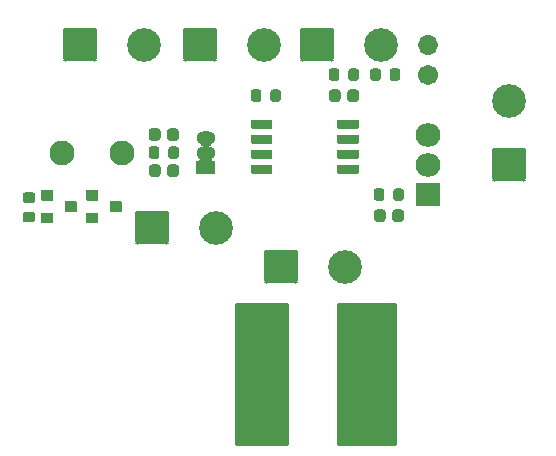
<source format=gbr>
G04 #@! TF.GenerationSoftware,KiCad,Pcbnew,(5.1.12-1-10_14)*
G04 #@! TF.CreationDate,2023-02-19T18:05:48+01:00*
G04 #@! TF.ProjectId,Kaefer_Konstanter_Tank,4b616566-6572-45f4-9b6f-6e7374616e74,rev?*
G04 #@! TF.SameCoordinates,Original*
G04 #@! TF.FileFunction,Soldermask,Bot*
G04 #@! TF.FilePolarity,Negative*
%FSLAX46Y46*%
G04 Gerber Fmt 4.6, Leading zero omitted, Abs format (unit mm)*
G04 Created by KiCad (PCBNEW (5.1.12-1-10_14)) date 2023-02-19 18:05:48*
%MOMM*%
%LPD*%
G01*
G04 APERTURE LIST*
%ADD10O,1.602000X1.152000*%
%ADD11O,1.702000X1.702000*%
%ADD12C,1.702000*%
%ADD13O,2.102000X2.007000*%
%ADD14C,2.852000*%
%ADD15C,2.102000*%
%ADD16C,0.254000*%
%ADD17C,0.100000*%
G04 APERTURE END LIST*
G36*
G01*
X147365000Y-114101999D02*
X147365000Y-114752001D01*
G75*
G02*
X147314001Y-114803000I-50999J0D01*
G01*
X145613999Y-114803000D01*
G75*
G02*
X145563000Y-114752001I0J50999D01*
G01*
X145563000Y-114101999D01*
G75*
G02*
X145613999Y-114051000I50999J0D01*
G01*
X147314001Y-114051000D01*
G75*
G02*
X147365000Y-114101999I0J-50999D01*
G01*
G37*
G36*
G01*
X147365000Y-115371999D02*
X147365000Y-116022001D01*
G75*
G02*
X147314001Y-116073000I-50999J0D01*
G01*
X145613999Y-116073000D01*
G75*
G02*
X145563000Y-116022001I0J50999D01*
G01*
X145563000Y-115371999D01*
G75*
G02*
X145613999Y-115321000I50999J0D01*
G01*
X147314001Y-115321000D01*
G75*
G02*
X147365000Y-115371999I0J-50999D01*
G01*
G37*
G36*
G01*
X147365000Y-116641999D02*
X147365000Y-117292001D01*
G75*
G02*
X147314001Y-117343000I-50999J0D01*
G01*
X145613999Y-117343000D01*
G75*
G02*
X145563000Y-117292001I0J50999D01*
G01*
X145563000Y-116641999D01*
G75*
G02*
X145613999Y-116591000I50999J0D01*
G01*
X147314001Y-116591000D01*
G75*
G02*
X147365000Y-116641999I0J-50999D01*
G01*
G37*
G36*
G01*
X147365000Y-117911999D02*
X147365000Y-118562001D01*
G75*
G02*
X147314001Y-118613000I-50999J0D01*
G01*
X145613999Y-118613000D01*
G75*
G02*
X145563000Y-118562001I0J50999D01*
G01*
X145563000Y-117911999D01*
G75*
G02*
X145613999Y-117861000I50999J0D01*
G01*
X147314001Y-117861000D01*
G75*
G02*
X147365000Y-117911999I0J-50999D01*
G01*
G37*
G36*
G01*
X154665000Y-117911999D02*
X154665000Y-118562001D01*
G75*
G02*
X154614001Y-118613000I-50999J0D01*
G01*
X152913999Y-118613000D01*
G75*
G02*
X152863000Y-118562001I0J50999D01*
G01*
X152863000Y-117911999D01*
G75*
G02*
X152913999Y-117861000I50999J0D01*
G01*
X154614001Y-117861000D01*
G75*
G02*
X154665000Y-117911999I0J-50999D01*
G01*
G37*
G36*
G01*
X154665000Y-116641999D02*
X154665000Y-117292001D01*
G75*
G02*
X154614001Y-117343000I-50999J0D01*
G01*
X152913999Y-117343000D01*
G75*
G02*
X152863000Y-117292001I0J50999D01*
G01*
X152863000Y-116641999D01*
G75*
G02*
X152913999Y-116591000I50999J0D01*
G01*
X154614001Y-116591000D01*
G75*
G02*
X154665000Y-116641999I0J-50999D01*
G01*
G37*
G36*
G01*
X154665000Y-115371999D02*
X154665000Y-116022001D01*
G75*
G02*
X154614001Y-116073000I-50999J0D01*
G01*
X152913999Y-116073000D01*
G75*
G02*
X152863000Y-116022001I0J50999D01*
G01*
X152863000Y-115371999D01*
G75*
G02*
X152913999Y-115321000I50999J0D01*
G01*
X154614001Y-115321000D01*
G75*
G02*
X154665000Y-115371999I0J-50999D01*
G01*
G37*
G36*
G01*
X154665000Y-114101999D02*
X154665000Y-114752001D01*
G75*
G02*
X154614001Y-114803000I-50999J0D01*
G01*
X152913999Y-114803000D01*
G75*
G02*
X152863000Y-114752001I0J50999D01*
G01*
X152863000Y-114101999D01*
G75*
G02*
X152913999Y-114051000I50999J0D01*
G01*
X154614001Y-114051000D01*
G75*
G02*
X154665000Y-114101999I0J-50999D01*
G01*
G37*
G36*
G01*
X142482000Y-118686000D02*
X140982000Y-118686000D01*
G75*
G02*
X140931000Y-118635000I0J51000D01*
G01*
X140931000Y-117585000D01*
G75*
G02*
X140982000Y-117534000I51000J0D01*
G01*
X142482000Y-117534000D01*
G75*
G02*
X142533000Y-117585000I0J-51000D01*
G01*
X142533000Y-118635000D01*
G75*
G02*
X142482000Y-118686000I-51000J0D01*
G01*
G37*
D10*
X141732000Y-115570000D03*
X141732000Y-116840000D03*
G36*
G01*
X126445500Y-121849000D02*
X127046500Y-121849000D01*
G75*
G02*
X127272000Y-122074500I0J-225500D01*
G01*
X127272000Y-122525500D01*
G75*
G02*
X127046500Y-122751000I-225500J0D01*
G01*
X126445500Y-122751000D01*
G75*
G02*
X126220000Y-122525500I0J225500D01*
G01*
X126220000Y-122074500D01*
G75*
G02*
X126445500Y-121849000I225500J0D01*
G01*
G37*
G36*
G01*
X126445500Y-120199000D02*
X127046500Y-120199000D01*
G75*
G02*
X127272000Y-120424500I0J-225500D01*
G01*
X127272000Y-120875500D01*
G75*
G02*
X127046500Y-121101000I-225500J0D01*
G01*
X126445500Y-121101000D01*
G75*
G02*
X126220000Y-120875500I0J225500D01*
G01*
X126220000Y-120424500D01*
G75*
G02*
X126445500Y-120199000I225500J0D01*
G01*
G37*
D11*
X160528000Y-107696000D03*
D12*
X160528000Y-110236000D03*
G36*
G01*
X156852000Y-120095500D02*
X156852000Y-120696500D01*
G75*
G02*
X156626500Y-120922000I-225500J0D01*
G01*
X156175500Y-120922000D01*
G75*
G02*
X155950000Y-120696500I0J225500D01*
G01*
X155950000Y-120095500D01*
G75*
G02*
X156175500Y-119870000I225500J0D01*
G01*
X156626500Y-119870000D01*
G75*
G02*
X156852000Y-120095500I0J-225500D01*
G01*
G37*
G36*
G01*
X158502000Y-120095500D02*
X158502000Y-120696500D01*
G75*
G02*
X158276500Y-120922000I-225500J0D01*
G01*
X157825500Y-120922000D01*
G75*
G02*
X157600000Y-120696500I0J225500D01*
G01*
X157600000Y-120095500D01*
G75*
G02*
X157825500Y-119870000I225500J0D01*
G01*
X158276500Y-119870000D01*
G75*
G02*
X158502000Y-120095500I0J-225500D01*
G01*
G37*
G36*
G01*
X137802000Y-116539500D02*
X137802000Y-117140500D01*
G75*
G02*
X137576500Y-117366000I-225500J0D01*
G01*
X137125500Y-117366000D01*
G75*
G02*
X136900000Y-117140500I0J225500D01*
G01*
X136900000Y-116539500D01*
G75*
G02*
X137125500Y-116314000I225500J0D01*
G01*
X137576500Y-116314000D01*
G75*
G02*
X137802000Y-116539500I0J-225500D01*
G01*
G37*
G36*
G01*
X139452000Y-116539500D02*
X139452000Y-117140500D01*
G75*
G02*
X139226500Y-117366000I-225500J0D01*
G01*
X138775500Y-117366000D01*
G75*
G02*
X138550000Y-117140500I0J225500D01*
G01*
X138550000Y-116539500D01*
G75*
G02*
X138775500Y-116314000I225500J0D01*
G01*
X139226500Y-116314000D01*
G75*
G02*
X139452000Y-116539500I0J-225500D01*
G01*
G37*
G36*
G01*
X147186000Y-112314500D02*
X147186000Y-111713500D01*
G75*
G02*
X147411500Y-111488000I225500J0D01*
G01*
X147862500Y-111488000D01*
G75*
G02*
X148088000Y-111713500I0J-225500D01*
G01*
X148088000Y-112314500D01*
G75*
G02*
X147862500Y-112540000I-225500J0D01*
G01*
X147411500Y-112540000D01*
G75*
G02*
X147186000Y-112314500I0J225500D01*
G01*
G37*
G36*
G01*
X145536000Y-112314500D02*
X145536000Y-111713500D01*
G75*
G02*
X145761500Y-111488000I225500J0D01*
G01*
X146212500Y-111488000D01*
G75*
G02*
X146438000Y-111713500I0J-225500D01*
G01*
X146438000Y-112314500D01*
G75*
G02*
X146212500Y-112540000I-225500J0D01*
G01*
X145761500Y-112540000D01*
G75*
G02*
X145536000Y-112314500I0J225500D01*
G01*
G37*
G36*
G01*
X153790000Y-110536500D02*
X153790000Y-109935500D01*
G75*
G02*
X154015500Y-109710000I225500J0D01*
G01*
X154466500Y-109710000D01*
G75*
G02*
X154692000Y-109935500I0J-225500D01*
G01*
X154692000Y-110536500D01*
G75*
G02*
X154466500Y-110762000I-225500J0D01*
G01*
X154015500Y-110762000D01*
G75*
G02*
X153790000Y-110536500I0J225500D01*
G01*
G37*
G36*
G01*
X152140000Y-110536500D02*
X152140000Y-109935500D01*
G75*
G02*
X152365500Y-109710000I225500J0D01*
G01*
X152816500Y-109710000D01*
G75*
G02*
X153042000Y-109935500I0J-225500D01*
G01*
X153042000Y-110536500D01*
G75*
G02*
X152816500Y-110762000I-225500J0D01*
G01*
X152365500Y-110762000D01*
G75*
G02*
X152140000Y-110536500I0J225500D01*
G01*
G37*
G36*
G01*
X156535000Y-109935500D02*
X156535000Y-110536500D01*
G75*
G02*
X156309500Y-110762000I-225500J0D01*
G01*
X155858500Y-110762000D01*
G75*
G02*
X155633000Y-110536500I0J225500D01*
G01*
X155633000Y-109935500D01*
G75*
G02*
X155858500Y-109710000I225500J0D01*
G01*
X156309500Y-109710000D01*
G75*
G02*
X156535000Y-109935500I0J-225500D01*
G01*
G37*
G36*
G01*
X158185000Y-109935500D02*
X158185000Y-110536500D01*
G75*
G02*
X157959500Y-110762000I-225500J0D01*
G01*
X157508500Y-110762000D01*
G75*
G02*
X157283000Y-110536500I0J225500D01*
G01*
X157283000Y-109935500D01*
G75*
G02*
X157508500Y-109710000I225500J0D01*
G01*
X157959500Y-109710000D01*
G75*
G02*
X158185000Y-109935500I0J-225500D01*
G01*
G37*
D13*
X160528000Y-115316000D03*
X160528000Y-117856000D03*
G36*
G01*
X161528000Y-121399500D02*
X159528000Y-121399500D01*
G75*
G02*
X159477000Y-121348500I0J51000D01*
G01*
X159477000Y-119443500D01*
G75*
G02*
X159528000Y-119392500I51000J0D01*
G01*
X161528000Y-119392500D01*
G75*
G02*
X161579000Y-119443500I0J-51000D01*
G01*
X161579000Y-121348500D01*
G75*
G02*
X161528000Y-121399500I-51000J0D01*
G01*
G37*
G36*
G01*
X133595000Y-121812000D02*
X133595000Y-121012000D01*
G75*
G02*
X133646000Y-120961000I51000J0D01*
G01*
X134546000Y-120961000D01*
G75*
G02*
X134597000Y-121012000I0J-51000D01*
G01*
X134597000Y-121812000D01*
G75*
G02*
X134546000Y-121863000I-51000J0D01*
G01*
X133646000Y-121863000D01*
G75*
G02*
X133595000Y-121812000I0J51000D01*
G01*
G37*
G36*
G01*
X131595000Y-120862000D02*
X131595000Y-120062000D01*
G75*
G02*
X131646000Y-120011000I51000J0D01*
G01*
X132546000Y-120011000D01*
G75*
G02*
X132597000Y-120062000I0J-51000D01*
G01*
X132597000Y-120862000D01*
G75*
G02*
X132546000Y-120913000I-51000J0D01*
G01*
X131646000Y-120913000D01*
G75*
G02*
X131595000Y-120862000I0J51000D01*
G01*
G37*
G36*
G01*
X131595000Y-122762000D02*
X131595000Y-121962000D01*
G75*
G02*
X131646000Y-121911000I51000J0D01*
G01*
X132546000Y-121911000D01*
G75*
G02*
X132597000Y-121962000I0J-51000D01*
G01*
X132597000Y-122762000D01*
G75*
G02*
X132546000Y-122813000I-51000J0D01*
G01*
X131646000Y-122813000D01*
G75*
G02*
X131595000Y-122762000I0J51000D01*
G01*
G37*
G36*
G01*
X129785000Y-121812000D02*
X129785000Y-121012000D01*
G75*
G02*
X129836000Y-120961000I51000J0D01*
G01*
X130736000Y-120961000D01*
G75*
G02*
X130787000Y-121012000I0J-51000D01*
G01*
X130787000Y-121812000D01*
G75*
G02*
X130736000Y-121863000I-51000J0D01*
G01*
X129836000Y-121863000D01*
G75*
G02*
X129785000Y-121812000I0J51000D01*
G01*
G37*
G36*
G01*
X127785000Y-120862000D02*
X127785000Y-120062000D01*
G75*
G02*
X127836000Y-120011000I51000J0D01*
G01*
X128736000Y-120011000D01*
G75*
G02*
X128787000Y-120062000I0J-51000D01*
G01*
X128787000Y-120862000D01*
G75*
G02*
X128736000Y-120913000I-51000J0D01*
G01*
X127836000Y-120913000D01*
G75*
G02*
X127785000Y-120862000I0J51000D01*
G01*
G37*
G36*
G01*
X127785000Y-122762000D02*
X127785000Y-121962000D01*
G75*
G02*
X127836000Y-121911000I51000J0D01*
G01*
X128736000Y-121911000D01*
G75*
G02*
X128787000Y-121962000I0J-51000D01*
G01*
X128787000Y-122762000D01*
G75*
G02*
X128736000Y-122813000I-51000J0D01*
G01*
X127836000Y-122813000D01*
G75*
G02*
X127785000Y-122762000I0J51000D01*
G01*
G37*
D14*
X146624000Y-107696000D03*
G36*
G01*
X139798000Y-108862730D02*
X139798000Y-106529270D01*
G75*
G02*
X140057270Y-106270000I259270J0D01*
G01*
X142390730Y-106270000D01*
G75*
G02*
X142650000Y-106529270I0J-259270D01*
G01*
X142650000Y-108862730D01*
G75*
G02*
X142390730Y-109122000I-259270J0D01*
G01*
X140057270Y-109122000D01*
G75*
G02*
X139798000Y-108862730I0J259270D01*
G01*
G37*
X153482000Y-126492000D03*
G36*
G01*
X146656000Y-127658730D02*
X146656000Y-125325270D01*
G75*
G02*
X146915270Y-125066000I259270J0D01*
G01*
X149248730Y-125066000D01*
G75*
G02*
X149508000Y-125325270I0J-259270D01*
G01*
X149508000Y-127658730D01*
G75*
G02*
X149248730Y-127918000I-259270J0D01*
G01*
X146915270Y-127918000D01*
G75*
G02*
X146656000Y-127658730I0J259270D01*
G01*
G37*
X167386000Y-112456000D03*
G36*
G01*
X168552730Y-119282000D02*
X166219270Y-119282000D01*
G75*
G02*
X165960000Y-119022730I0J259270D01*
G01*
X165960000Y-116689270D01*
G75*
G02*
X166219270Y-116430000I259270J0D01*
G01*
X168552730Y-116430000D01*
G75*
G02*
X168812000Y-116689270I0J-259270D01*
G01*
X168812000Y-119022730D01*
G75*
G02*
X168552730Y-119282000I-259270J0D01*
G01*
G37*
X142560000Y-123190000D03*
G36*
G01*
X135734000Y-124356730D02*
X135734000Y-122023270D01*
G75*
G02*
X135993270Y-121764000I259270J0D01*
G01*
X138326730Y-121764000D01*
G75*
G02*
X138586000Y-122023270I0J-259270D01*
G01*
X138586000Y-124356730D01*
G75*
G02*
X138326730Y-124616000I-259270J0D01*
G01*
X135993270Y-124616000D01*
G75*
G02*
X135734000Y-124356730I0J259270D01*
G01*
G37*
X156530000Y-107696000D03*
G36*
G01*
X149704000Y-108862730D02*
X149704000Y-106529270D01*
G75*
G02*
X149963270Y-106270000I259270J0D01*
G01*
X152296730Y-106270000D01*
G75*
G02*
X152556000Y-106529270I0J-259270D01*
G01*
X152556000Y-108862730D01*
G75*
G02*
X152296730Y-109122000I-259270J0D01*
G01*
X149963270Y-109122000D01*
G75*
G02*
X149704000Y-108862730I0J259270D01*
G01*
G37*
X136464000Y-107696000D03*
G36*
G01*
X129638000Y-108862730D02*
X129638000Y-106529270D01*
G75*
G02*
X129897270Y-106270000I259270J0D01*
G01*
X132230730Y-106270000D01*
G75*
G02*
X132490000Y-106529270I0J-259270D01*
G01*
X132490000Y-108862730D01*
G75*
G02*
X132230730Y-109122000I-259270J0D01*
G01*
X129897270Y-109122000D01*
G75*
G02*
X129638000Y-108862730I0J259270D01*
G01*
G37*
D15*
X129540000Y-116840000D03*
X134620000Y-116840000D03*
G36*
G01*
X156952000Y-121898500D02*
X156952000Y-122449500D01*
G75*
G02*
X156701500Y-122700000I-250500J0D01*
G01*
X156200500Y-122700000D01*
G75*
G02*
X155950000Y-122449500I0J250500D01*
G01*
X155950000Y-121898500D01*
G75*
G02*
X156200500Y-121648000I250500J0D01*
G01*
X156701500Y-121648000D01*
G75*
G02*
X156952000Y-121898500I0J-250500D01*
G01*
G37*
G36*
G01*
X158502000Y-121898500D02*
X158502000Y-122449500D01*
G75*
G02*
X158251500Y-122700000I-250500J0D01*
G01*
X157750500Y-122700000D01*
G75*
G02*
X157500000Y-122449500I0J250500D01*
G01*
X157500000Y-121898500D01*
G75*
G02*
X157750500Y-121648000I250500J0D01*
G01*
X158251500Y-121648000D01*
G75*
G02*
X158502000Y-121898500I0J-250500D01*
G01*
G37*
G36*
G01*
X153142000Y-111738500D02*
X153142000Y-112289500D01*
G75*
G02*
X152891500Y-112540000I-250500J0D01*
G01*
X152390500Y-112540000D01*
G75*
G02*
X152140000Y-112289500I0J250500D01*
G01*
X152140000Y-111738500D01*
G75*
G02*
X152390500Y-111488000I250500J0D01*
G01*
X152891500Y-111488000D01*
G75*
G02*
X153142000Y-111738500I0J-250500D01*
G01*
G37*
G36*
G01*
X154692000Y-111738500D02*
X154692000Y-112289500D01*
G75*
G02*
X154441500Y-112540000I-250500J0D01*
G01*
X153940500Y-112540000D01*
G75*
G02*
X153690000Y-112289500I0J250500D01*
G01*
X153690000Y-111738500D01*
G75*
G02*
X153940500Y-111488000I250500J0D01*
G01*
X154441500Y-111488000D01*
G75*
G02*
X154692000Y-111738500I0J-250500D01*
G01*
G37*
G36*
G01*
X137902000Y-118088500D02*
X137902000Y-118639500D01*
G75*
G02*
X137651500Y-118890000I-250500J0D01*
G01*
X137150500Y-118890000D01*
G75*
G02*
X136900000Y-118639500I0J250500D01*
G01*
X136900000Y-118088500D01*
G75*
G02*
X137150500Y-117838000I250500J0D01*
G01*
X137651500Y-117838000D01*
G75*
G02*
X137902000Y-118088500I0J-250500D01*
G01*
G37*
G36*
G01*
X139452000Y-118088500D02*
X139452000Y-118639500D01*
G75*
G02*
X139201500Y-118890000I-250500J0D01*
G01*
X138700500Y-118890000D01*
G75*
G02*
X138450000Y-118639500I0J250500D01*
G01*
X138450000Y-118088500D01*
G75*
G02*
X138700500Y-117838000I250500J0D01*
G01*
X139201500Y-117838000D01*
G75*
G02*
X139452000Y-118088500I0J-250500D01*
G01*
G37*
G36*
G01*
X137889000Y-115040500D02*
X137889000Y-115591500D01*
G75*
G02*
X137638500Y-115842000I-250500J0D01*
G01*
X137137500Y-115842000D01*
G75*
G02*
X136887000Y-115591500I0J250500D01*
G01*
X136887000Y-115040500D01*
G75*
G02*
X137137500Y-114790000I250500J0D01*
G01*
X137638500Y-114790000D01*
G75*
G02*
X137889000Y-115040500I0J-250500D01*
G01*
G37*
G36*
G01*
X139439000Y-115040500D02*
X139439000Y-115591500D01*
G75*
G02*
X139188500Y-115842000I-250500J0D01*
G01*
X138687500Y-115842000D01*
G75*
G02*
X138437000Y-115591500I0J250500D01*
G01*
X138437000Y-115040500D01*
G75*
G02*
X138687500Y-114790000I250500J0D01*
G01*
X139188500Y-114790000D01*
G75*
G02*
X139439000Y-115040500I0J-250500D01*
G01*
G37*
D16*
X157734000Y-141478000D02*
X152908000Y-141478000D01*
X152908000Y-129667000D01*
X157734000Y-129667000D01*
X157734000Y-141478000D01*
D17*
G36*
X157734000Y-141478000D02*
G01*
X152908000Y-141478000D01*
X152908000Y-129667000D01*
X157734000Y-129667000D01*
X157734000Y-141478000D01*
G37*
D16*
X148590000Y-141478000D02*
X144272000Y-141478000D01*
X144272000Y-129667000D01*
X148590000Y-129667000D01*
X148590000Y-141478000D01*
D17*
G36*
X148590000Y-141478000D02*
G01*
X144272000Y-141478000D01*
X144272000Y-129667000D01*
X148590000Y-129667000D01*
X148590000Y-141478000D01*
G37*
G36*
X146657990Y-127658534D02*
G01*
X146662952Y-127708916D01*
X146677593Y-127757179D01*
X146701366Y-127801657D01*
X146733359Y-127840641D01*
X146772343Y-127872634D01*
X146816821Y-127896407D01*
X146865084Y-127911048D01*
X146915466Y-127916010D01*
X146917092Y-127917175D01*
X146916896Y-127919165D01*
X146915270Y-127920000D01*
X146819136Y-127920000D01*
X146818940Y-127919990D01*
X146782292Y-127916381D01*
X146781907Y-127916305D01*
X146752567Y-127907404D01*
X146752205Y-127907254D01*
X146725169Y-127892803D01*
X146724843Y-127892585D01*
X146701142Y-127873135D01*
X146700865Y-127872858D01*
X146681415Y-127849157D01*
X146681197Y-127848831D01*
X146666746Y-127821795D01*
X146666596Y-127821433D01*
X146657695Y-127792093D01*
X146657619Y-127791708D01*
X146654010Y-127755060D01*
X146654000Y-127754864D01*
X146654000Y-127658730D01*
X146655000Y-127656998D01*
X146657000Y-127656998D01*
X146657990Y-127658534D01*
G37*
G36*
X149509165Y-127657104D02*
G01*
X149510000Y-127658730D01*
X149510000Y-127754864D01*
X149509990Y-127755060D01*
X149506381Y-127791708D01*
X149506305Y-127792093D01*
X149497404Y-127821433D01*
X149497254Y-127821795D01*
X149482803Y-127848831D01*
X149482585Y-127849157D01*
X149463135Y-127872858D01*
X149462858Y-127873135D01*
X149439157Y-127892585D01*
X149438831Y-127892803D01*
X149411795Y-127907254D01*
X149411433Y-127907404D01*
X149382093Y-127916305D01*
X149381708Y-127916381D01*
X149345060Y-127919990D01*
X149344864Y-127920000D01*
X149248730Y-127920000D01*
X149246998Y-127919000D01*
X149246998Y-127917000D01*
X149248534Y-127916010D01*
X149298916Y-127911048D01*
X149347179Y-127896407D01*
X149391657Y-127872634D01*
X149430641Y-127840641D01*
X149462634Y-127801657D01*
X149486407Y-127757179D01*
X149501048Y-127708916D01*
X149506010Y-127658534D01*
X149507175Y-127656908D01*
X149509165Y-127657104D01*
G37*
G36*
X146917002Y-125065000D02*
G01*
X146917002Y-125067000D01*
X146915466Y-125067990D01*
X146865084Y-125072952D01*
X146816821Y-125087593D01*
X146772343Y-125111366D01*
X146733359Y-125143359D01*
X146701366Y-125182343D01*
X146677593Y-125226821D01*
X146662952Y-125275084D01*
X146657990Y-125325466D01*
X146656825Y-125327092D01*
X146654835Y-125326896D01*
X146654000Y-125325270D01*
X146654000Y-125229136D01*
X146654010Y-125228940D01*
X146657619Y-125192292D01*
X146657695Y-125191907D01*
X146666596Y-125162567D01*
X146666746Y-125162205D01*
X146681197Y-125135169D01*
X146681415Y-125134843D01*
X146700865Y-125111142D01*
X146701142Y-125110865D01*
X146724843Y-125091415D01*
X146725169Y-125091197D01*
X146752205Y-125076746D01*
X146752567Y-125076596D01*
X146781907Y-125067695D01*
X146782292Y-125067619D01*
X146818940Y-125064010D01*
X146819136Y-125064000D01*
X146915270Y-125064000D01*
X146917002Y-125065000D01*
G37*
G36*
X149345060Y-125064010D02*
G01*
X149381708Y-125067619D01*
X149382093Y-125067695D01*
X149411433Y-125076596D01*
X149411795Y-125076746D01*
X149438831Y-125091197D01*
X149439157Y-125091415D01*
X149462858Y-125110865D01*
X149463135Y-125111142D01*
X149482585Y-125134843D01*
X149482803Y-125135169D01*
X149497254Y-125162205D01*
X149497404Y-125162567D01*
X149506305Y-125191907D01*
X149506381Y-125192292D01*
X149509990Y-125228940D01*
X149510000Y-125229136D01*
X149510000Y-125325270D01*
X149509000Y-125327002D01*
X149507000Y-125327002D01*
X149506010Y-125325466D01*
X149501048Y-125275084D01*
X149486407Y-125226821D01*
X149462634Y-125182343D01*
X149430641Y-125143359D01*
X149391657Y-125111366D01*
X149347179Y-125087593D01*
X149298916Y-125072952D01*
X149248534Y-125067990D01*
X149246908Y-125066825D01*
X149247104Y-125064835D01*
X149248730Y-125064000D01*
X149344864Y-125064000D01*
X149345060Y-125064010D01*
G37*
G36*
X138587165Y-124355104D02*
G01*
X138588000Y-124356730D01*
X138588000Y-124452864D01*
X138587990Y-124453060D01*
X138584381Y-124489708D01*
X138584305Y-124490093D01*
X138575404Y-124519433D01*
X138575254Y-124519795D01*
X138560803Y-124546831D01*
X138560585Y-124547157D01*
X138541135Y-124570858D01*
X138540858Y-124571135D01*
X138517157Y-124590585D01*
X138516831Y-124590803D01*
X138489795Y-124605254D01*
X138489433Y-124605404D01*
X138460093Y-124614305D01*
X138459708Y-124614381D01*
X138423060Y-124617990D01*
X138422864Y-124618000D01*
X138326730Y-124618000D01*
X138324998Y-124617000D01*
X138324998Y-124615000D01*
X138326534Y-124614010D01*
X138376916Y-124609048D01*
X138425179Y-124594407D01*
X138469657Y-124570634D01*
X138508641Y-124538641D01*
X138540634Y-124499657D01*
X138564407Y-124455179D01*
X138579048Y-124406916D01*
X138584010Y-124356534D01*
X138585175Y-124354908D01*
X138587165Y-124355104D01*
G37*
G36*
X135735990Y-124356534D02*
G01*
X135740952Y-124406916D01*
X135755593Y-124455179D01*
X135779366Y-124499657D01*
X135811359Y-124538641D01*
X135850343Y-124570634D01*
X135894821Y-124594407D01*
X135943084Y-124609048D01*
X135993466Y-124614010D01*
X135995092Y-124615175D01*
X135994896Y-124617165D01*
X135993270Y-124618000D01*
X135897136Y-124618000D01*
X135896940Y-124617990D01*
X135860292Y-124614381D01*
X135859907Y-124614305D01*
X135830567Y-124605404D01*
X135830205Y-124605254D01*
X135803169Y-124590803D01*
X135802843Y-124590585D01*
X135779142Y-124571135D01*
X135778865Y-124570858D01*
X135759415Y-124547157D01*
X135759197Y-124546831D01*
X135744746Y-124519795D01*
X135744596Y-124519433D01*
X135735695Y-124490093D01*
X135735619Y-124489708D01*
X135732010Y-124453060D01*
X135732000Y-124452864D01*
X135732000Y-124356730D01*
X135733000Y-124354998D01*
X135735000Y-124354998D01*
X135735990Y-124356534D01*
G37*
G36*
X135995002Y-121763000D02*
G01*
X135995002Y-121765000D01*
X135993466Y-121765990D01*
X135943084Y-121770952D01*
X135894821Y-121785593D01*
X135850343Y-121809366D01*
X135811359Y-121841359D01*
X135779366Y-121880343D01*
X135755593Y-121924821D01*
X135740952Y-121973084D01*
X135735990Y-122023466D01*
X135734825Y-122025092D01*
X135732835Y-122024896D01*
X135732000Y-122023270D01*
X135732000Y-121927136D01*
X135732010Y-121926940D01*
X135735619Y-121890292D01*
X135735695Y-121889907D01*
X135744596Y-121860567D01*
X135744746Y-121860205D01*
X135759197Y-121833169D01*
X135759415Y-121832843D01*
X135778865Y-121809142D01*
X135779142Y-121808865D01*
X135802843Y-121789415D01*
X135803169Y-121789197D01*
X135830205Y-121774746D01*
X135830567Y-121774596D01*
X135859907Y-121765695D01*
X135860292Y-121765619D01*
X135896940Y-121762010D01*
X135897136Y-121762000D01*
X135993270Y-121762000D01*
X135995002Y-121763000D01*
G37*
G36*
X138423060Y-121762010D02*
G01*
X138459708Y-121765619D01*
X138460093Y-121765695D01*
X138489433Y-121774596D01*
X138489795Y-121774746D01*
X138516831Y-121789197D01*
X138517157Y-121789415D01*
X138540858Y-121808865D01*
X138541135Y-121809142D01*
X138560585Y-121832843D01*
X138560803Y-121833169D01*
X138575254Y-121860205D01*
X138575404Y-121860567D01*
X138584305Y-121889907D01*
X138584381Y-121890292D01*
X138587990Y-121926940D01*
X138588000Y-121927136D01*
X138588000Y-122023270D01*
X138587000Y-122025002D01*
X138585000Y-122025002D01*
X138584010Y-122023466D01*
X138579048Y-121973084D01*
X138564407Y-121924821D01*
X138540634Y-121880343D01*
X138508641Y-121841359D01*
X138469657Y-121809366D01*
X138425179Y-121785593D01*
X138376916Y-121770952D01*
X138326534Y-121765990D01*
X138324908Y-121764825D01*
X138325104Y-121762835D01*
X138326730Y-121762000D01*
X138422864Y-121762000D01*
X138423060Y-121762010D01*
G37*
G36*
X168813165Y-119021104D02*
G01*
X168814000Y-119022730D01*
X168814000Y-119118864D01*
X168813990Y-119119060D01*
X168810381Y-119155708D01*
X168810305Y-119156093D01*
X168801404Y-119185433D01*
X168801254Y-119185795D01*
X168786803Y-119212831D01*
X168786585Y-119213157D01*
X168767135Y-119236858D01*
X168766858Y-119237135D01*
X168743157Y-119256585D01*
X168742831Y-119256803D01*
X168715795Y-119271254D01*
X168715433Y-119271404D01*
X168686093Y-119280305D01*
X168685708Y-119280381D01*
X168649060Y-119283990D01*
X168648864Y-119284000D01*
X168552730Y-119284000D01*
X168550998Y-119283000D01*
X168550998Y-119281000D01*
X168552534Y-119280010D01*
X168602916Y-119275048D01*
X168651179Y-119260407D01*
X168695657Y-119236634D01*
X168734641Y-119204641D01*
X168766634Y-119165657D01*
X168790407Y-119121179D01*
X168805048Y-119072916D01*
X168810010Y-119022534D01*
X168811175Y-119020908D01*
X168813165Y-119021104D01*
G37*
G36*
X165961990Y-119022534D02*
G01*
X165966952Y-119072916D01*
X165981593Y-119121179D01*
X166005366Y-119165657D01*
X166037359Y-119204641D01*
X166076343Y-119236634D01*
X166120821Y-119260407D01*
X166169084Y-119275048D01*
X166219466Y-119280010D01*
X166221092Y-119281175D01*
X166220896Y-119283165D01*
X166219270Y-119284000D01*
X166123136Y-119284000D01*
X166122940Y-119283990D01*
X166086292Y-119280381D01*
X166085907Y-119280305D01*
X166056567Y-119271404D01*
X166056205Y-119271254D01*
X166029169Y-119256803D01*
X166028843Y-119256585D01*
X166005142Y-119237135D01*
X166004865Y-119236858D01*
X165985415Y-119213157D01*
X165985197Y-119212831D01*
X165970746Y-119185795D01*
X165970596Y-119185433D01*
X165961695Y-119156093D01*
X165961619Y-119155708D01*
X165958010Y-119119060D01*
X165958000Y-119118864D01*
X165958000Y-119022730D01*
X165959000Y-119020998D01*
X165961000Y-119020998D01*
X165961990Y-119022534D01*
G37*
G36*
X142281674Y-117316390D02*
G01*
X142281115Y-117318130D01*
X142268269Y-117330976D01*
X142254874Y-117351024D01*
X142245647Y-117373297D01*
X142240943Y-117396948D01*
X142240943Y-117421054D01*
X142245647Y-117444704D01*
X142254874Y-117466978D01*
X142268268Y-117487025D01*
X142285315Y-117504072D01*
X142305363Y-117517467D01*
X142327636Y-117526694D01*
X142351333Y-117531407D01*
X142363438Y-117532002D01*
X142365119Y-117533086D01*
X142365021Y-117535084D01*
X142363340Y-117536000D01*
X141100660Y-117536000D01*
X141098928Y-117535000D01*
X141098928Y-117533000D01*
X141100464Y-117532010D01*
X141124651Y-117529628D01*
X141147726Y-117522628D01*
X141168990Y-117511263D01*
X141187627Y-117495968D01*
X141202922Y-117477331D01*
X141214287Y-117456067D01*
X141221287Y-117432992D01*
X141223650Y-117409001D01*
X141221287Y-117385010D01*
X141214287Y-117361935D01*
X141202922Y-117340671D01*
X141187595Y-117321995D01*
X141186123Y-117320661D01*
X141185511Y-117318757D01*
X141186854Y-117317275D01*
X141188409Y-117317415D01*
X141287343Y-117370298D01*
X141395023Y-117402962D01*
X141507094Y-117414000D01*
X141956906Y-117414000D01*
X142068977Y-117402962D01*
X142176657Y-117370298D01*
X142275892Y-117317255D01*
X142278432Y-117315170D01*
X142280406Y-117314844D01*
X142281674Y-117316390D01*
G37*
G36*
X166221002Y-116429000D02*
G01*
X166221002Y-116431000D01*
X166219466Y-116431990D01*
X166169084Y-116436952D01*
X166120821Y-116451593D01*
X166076343Y-116475366D01*
X166037359Y-116507359D01*
X166005366Y-116546343D01*
X165981593Y-116590821D01*
X165966952Y-116639084D01*
X165961990Y-116689466D01*
X165960825Y-116691092D01*
X165958835Y-116690896D01*
X165958000Y-116689270D01*
X165958000Y-116593136D01*
X165958010Y-116592940D01*
X165961619Y-116556292D01*
X165961695Y-116555907D01*
X165970596Y-116526567D01*
X165970746Y-116526205D01*
X165985197Y-116499169D01*
X165985415Y-116498843D01*
X166004865Y-116475142D01*
X166005142Y-116474865D01*
X166028843Y-116455415D01*
X166029169Y-116455197D01*
X166056205Y-116440746D01*
X166056567Y-116440596D01*
X166085907Y-116431695D01*
X166086292Y-116431619D01*
X166122940Y-116428010D01*
X166123136Y-116428000D01*
X166219270Y-116428000D01*
X166221002Y-116429000D01*
G37*
G36*
X168649060Y-116428010D02*
G01*
X168685708Y-116431619D01*
X168686093Y-116431695D01*
X168715433Y-116440596D01*
X168715795Y-116440746D01*
X168742831Y-116455197D01*
X168743157Y-116455415D01*
X168766858Y-116474865D01*
X168767135Y-116475142D01*
X168786585Y-116498843D01*
X168786803Y-116499169D01*
X168801254Y-116526205D01*
X168801404Y-116526567D01*
X168810305Y-116555907D01*
X168810381Y-116556292D01*
X168813990Y-116592940D01*
X168814000Y-116593136D01*
X168814000Y-116689270D01*
X168813000Y-116691002D01*
X168811000Y-116691002D01*
X168810010Y-116689466D01*
X168805048Y-116639084D01*
X168790407Y-116590821D01*
X168766634Y-116546343D01*
X168734641Y-116507359D01*
X168695657Y-116475366D01*
X168651179Y-116451593D01*
X168602916Y-116436952D01*
X168552534Y-116431990D01*
X168550908Y-116430825D01*
X168551104Y-116428835D01*
X168552730Y-116428000D01*
X168648864Y-116428000D01*
X168649060Y-116428010D01*
G37*
G36*
X141280067Y-116096409D02*
G01*
X141287343Y-116100298D01*
X141395023Y-116132962D01*
X141507094Y-116144000D01*
X141956906Y-116144000D01*
X142068977Y-116132962D01*
X142176657Y-116100298D01*
X142183933Y-116096409D01*
X142185932Y-116096475D01*
X142186875Y-116098238D01*
X142185987Y-116099836D01*
X142170882Y-116109929D01*
X142153835Y-116126976D01*
X142140440Y-116147024D01*
X142131214Y-116169298D01*
X142126510Y-116192948D01*
X142126510Y-116217054D01*
X142131215Y-116240704D01*
X142140441Y-116262978D01*
X142153836Y-116283025D01*
X142170883Y-116300072D01*
X142185987Y-116310164D01*
X142186872Y-116311958D01*
X142185761Y-116313621D01*
X142183933Y-116313591D01*
X142176657Y-116309702D01*
X142068977Y-116277038D01*
X141956906Y-116266000D01*
X141507094Y-116266000D01*
X141395023Y-116277038D01*
X141287343Y-116309702D01*
X141280067Y-116313591D01*
X141278068Y-116313525D01*
X141277125Y-116311762D01*
X141278013Y-116310164D01*
X141293118Y-116300071D01*
X141310165Y-116283024D01*
X141323560Y-116262976D01*
X141332786Y-116240702D01*
X141337490Y-116217052D01*
X141337490Y-116192946D01*
X141332785Y-116169296D01*
X141323559Y-116147022D01*
X141310164Y-116126975D01*
X141293117Y-116109928D01*
X141278013Y-116099836D01*
X141277128Y-116098042D01*
X141278239Y-116096379D01*
X141280067Y-116096409D01*
G37*
G36*
X142651165Y-108861104D02*
G01*
X142652000Y-108862730D01*
X142652000Y-108958864D01*
X142651990Y-108959060D01*
X142648381Y-108995708D01*
X142648305Y-108996093D01*
X142639404Y-109025433D01*
X142639254Y-109025795D01*
X142624803Y-109052831D01*
X142624585Y-109053157D01*
X142605135Y-109076858D01*
X142604858Y-109077135D01*
X142581157Y-109096585D01*
X142580831Y-109096803D01*
X142553795Y-109111254D01*
X142553433Y-109111404D01*
X142524093Y-109120305D01*
X142523708Y-109120381D01*
X142487060Y-109123990D01*
X142486864Y-109124000D01*
X142390730Y-109124000D01*
X142388998Y-109123000D01*
X142388998Y-109121000D01*
X142390534Y-109120010D01*
X142440916Y-109115048D01*
X142489179Y-109100407D01*
X142533657Y-109076634D01*
X142572641Y-109044641D01*
X142604634Y-109005657D01*
X142628407Y-108961179D01*
X142643048Y-108912916D01*
X142648010Y-108862534D01*
X142649175Y-108860908D01*
X142651165Y-108861104D01*
G37*
G36*
X132491165Y-108861104D02*
G01*
X132492000Y-108862730D01*
X132492000Y-108958864D01*
X132491990Y-108959060D01*
X132488381Y-108995708D01*
X132488305Y-108996093D01*
X132479404Y-109025433D01*
X132479254Y-109025795D01*
X132464803Y-109052831D01*
X132464585Y-109053157D01*
X132445135Y-109076858D01*
X132444858Y-109077135D01*
X132421157Y-109096585D01*
X132420831Y-109096803D01*
X132393795Y-109111254D01*
X132393433Y-109111404D01*
X132364093Y-109120305D01*
X132363708Y-109120381D01*
X132327060Y-109123990D01*
X132326864Y-109124000D01*
X132230730Y-109124000D01*
X132228998Y-109123000D01*
X132228998Y-109121000D01*
X132230534Y-109120010D01*
X132280916Y-109115048D01*
X132329179Y-109100407D01*
X132373657Y-109076634D01*
X132412641Y-109044641D01*
X132444634Y-109005657D01*
X132468407Y-108961179D01*
X132483048Y-108912916D01*
X132488010Y-108862534D01*
X132489175Y-108860908D01*
X132491165Y-108861104D01*
G37*
G36*
X152557165Y-108861104D02*
G01*
X152558000Y-108862730D01*
X152558000Y-108958864D01*
X152557990Y-108959060D01*
X152554381Y-108995708D01*
X152554305Y-108996093D01*
X152545404Y-109025433D01*
X152545254Y-109025795D01*
X152530803Y-109052831D01*
X152530585Y-109053157D01*
X152511135Y-109076858D01*
X152510858Y-109077135D01*
X152487157Y-109096585D01*
X152486831Y-109096803D01*
X152459795Y-109111254D01*
X152459433Y-109111404D01*
X152430093Y-109120305D01*
X152429708Y-109120381D01*
X152393060Y-109123990D01*
X152392864Y-109124000D01*
X152296730Y-109124000D01*
X152294998Y-109123000D01*
X152294998Y-109121000D01*
X152296534Y-109120010D01*
X152346916Y-109115048D01*
X152395179Y-109100407D01*
X152439657Y-109076634D01*
X152478641Y-109044641D01*
X152510634Y-109005657D01*
X152534407Y-108961179D01*
X152549048Y-108912916D01*
X152554010Y-108862534D01*
X152555175Y-108860908D01*
X152557165Y-108861104D01*
G37*
G36*
X139799990Y-108862534D02*
G01*
X139804952Y-108912916D01*
X139819593Y-108961179D01*
X139843366Y-109005657D01*
X139875359Y-109044641D01*
X139914343Y-109076634D01*
X139958821Y-109100407D01*
X140007084Y-109115048D01*
X140057466Y-109120010D01*
X140059092Y-109121175D01*
X140058896Y-109123165D01*
X140057270Y-109124000D01*
X139961136Y-109124000D01*
X139960940Y-109123990D01*
X139924292Y-109120381D01*
X139923907Y-109120305D01*
X139894567Y-109111404D01*
X139894205Y-109111254D01*
X139867169Y-109096803D01*
X139866843Y-109096585D01*
X139843142Y-109077135D01*
X139842865Y-109076858D01*
X139823415Y-109053157D01*
X139823197Y-109052831D01*
X139808746Y-109025795D01*
X139808596Y-109025433D01*
X139799695Y-108996093D01*
X139799619Y-108995708D01*
X139796010Y-108959060D01*
X139796000Y-108958864D01*
X139796000Y-108862730D01*
X139797000Y-108860998D01*
X139799000Y-108860998D01*
X139799990Y-108862534D01*
G37*
G36*
X129639990Y-108862534D02*
G01*
X129644952Y-108912916D01*
X129659593Y-108961179D01*
X129683366Y-109005657D01*
X129715359Y-109044641D01*
X129754343Y-109076634D01*
X129798821Y-109100407D01*
X129847084Y-109115048D01*
X129897466Y-109120010D01*
X129899092Y-109121175D01*
X129898896Y-109123165D01*
X129897270Y-109124000D01*
X129801136Y-109124000D01*
X129800940Y-109123990D01*
X129764292Y-109120381D01*
X129763907Y-109120305D01*
X129734567Y-109111404D01*
X129734205Y-109111254D01*
X129707169Y-109096803D01*
X129706843Y-109096585D01*
X129683142Y-109077135D01*
X129682865Y-109076858D01*
X129663415Y-109053157D01*
X129663197Y-109052831D01*
X129648746Y-109025795D01*
X129648596Y-109025433D01*
X129639695Y-108996093D01*
X129639619Y-108995708D01*
X129636010Y-108959060D01*
X129636000Y-108958864D01*
X129636000Y-108862730D01*
X129637000Y-108860998D01*
X129639000Y-108860998D01*
X129639990Y-108862534D01*
G37*
G36*
X149705990Y-108862534D02*
G01*
X149710952Y-108912916D01*
X149725593Y-108961179D01*
X149749366Y-109005657D01*
X149781359Y-109044641D01*
X149820343Y-109076634D01*
X149864821Y-109100407D01*
X149913084Y-109115048D01*
X149963466Y-109120010D01*
X149965092Y-109121175D01*
X149964896Y-109123165D01*
X149963270Y-109124000D01*
X149867136Y-109124000D01*
X149866940Y-109123990D01*
X149830292Y-109120381D01*
X149829907Y-109120305D01*
X149800567Y-109111404D01*
X149800205Y-109111254D01*
X149773169Y-109096803D01*
X149772843Y-109096585D01*
X149749142Y-109077135D01*
X149748865Y-109076858D01*
X149729415Y-109053157D01*
X149729197Y-109052831D01*
X149714746Y-109025795D01*
X149714596Y-109025433D01*
X149705695Y-108996093D01*
X149705619Y-108995708D01*
X149702010Y-108959060D01*
X149702000Y-108958864D01*
X149702000Y-108862730D01*
X149703000Y-108860998D01*
X149705000Y-108860998D01*
X149705990Y-108862534D01*
G37*
G36*
X129899002Y-106269000D02*
G01*
X129899002Y-106271000D01*
X129897466Y-106271990D01*
X129847084Y-106276952D01*
X129798821Y-106291593D01*
X129754343Y-106315366D01*
X129715359Y-106347359D01*
X129683366Y-106386343D01*
X129659593Y-106430821D01*
X129644952Y-106479084D01*
X129639990Y-106529466D01*
X129638825Y-106531092D01*
X129636835Y-106530896D01*
X129636000Y-106529270D01*
X129636000Y-106433136D01*
X129636010Y-106432940D01*
X129639619Y-106396292D01*
X129639695Y-106395907D01*
X129648596Y-106366567D01*
X129648746Y-106366205D01*
X129663197Y-106339169D01*
X129663415Y-106338843D01*
X129682865Y-106315142D01*
X129683142Y-106314865D01*
X129706843Y-106295415D01*
X129707169Y-106295197D01*
X129734205Y-106280746D01*
X129734567Y-106280596D01*
X129763907Y-106271695D01*
X129764292Y-106271619D01*
X129800940Y-106268010D01*
X129801136Y-106268000D01*
X129897270Y-106268000D01*
X129899002Y-106269000D01*
G37*
G36*
X140059002Y-106269000D02*
G01*
X140059002Y-106271000D01*
X140057466Y-106271990D01*
X140007084Y-106276952D01*
X139958821Y-106291593D01*
X139914343Y-106315366D01*
X139875359Y-106347359D01*
X139843366Y-106386343D01*
X139819593Y-106430821D01*
X139804952Y-106479084D01*
X139799990Y-106529466D01*
X139798825Y-106531092D01*
X139796835Y-106530896D01*
X139796000Y-106529270D01*
X139796000Y-106433136D01*
X139796010Y-106432940D01*
X139799619Y-106396292D01*
X139799695Y-106395907D01*
X139808596Y-106366567D01*
X139808746Y-106366205D01*
X139823197Y-106339169D01*
X139823415Y-106338843D01*
X139842865Y-106315142D01*
X139843142Y-106314865D01*
X139866843Y-106295415D01*
X139867169Y-106295197D01*
X139894205Y-106280746D01*
X139894567Y-106280596D01*
X139923907Y-106271695D01*
X139924292Y-106271619D01*
X139960940Y-106268010D01*
X139961136Y-106268000D01*
X140057270Y-106268000D01*
X140059002Y-106269000D01*
G37*
G36*
X149965002Y-106269000D02*
G01*
X149965002Y-106271000D01*
X149963466Y-106271990D01*
X149913084Y-106276952D01*
X149864821Y-106291593D01*
X149820343Y-106315366D01*
X149781359Y-106347359D01*
X149749366Y-106386343D01*
X149725593Y-106430821D01*
X149710952Y-106479084D01*
X149705990Y-106529466D01*
X149704825Y-106531092D01*
X149702835Y-106530896D01*
X149702000Y-106529270D01*
X149702000Y-106433136D01*
X149702010Y-106432940D01*
X149705619Y-106396292D01*
X149705695Y-106395907D01*
X149714596Y-106366567D01*
X149714746Y-106366205D01*
X149729197Y-106339169D01*
X149729415Y-106338843D01*
X149748865Y-106315142D01*
X149749142Y-106314865D01*
X149772843Y-106295415D01*
X149773169Y-106295197D01*
X149800205Y-106280746D01*
X149800567Y-106280596D01*
X149829907Y-106271695D01*
X149830292Y-106271619D01*
X149866940Y-106268010D01*
X149867136Y-106268000D01*
X149963270Y-106268000D01*
X149965002Y-106269000D01*
G37*
G36*
X132327060Y-106268010D02*
G01*
X132363708Y-106271619D01*
X132364093Y-106271695D01*
X132393433Y-106280596D01*
X132393795Y-106280746D01*
X132420831Y-106295197D01*
X132421157Y-106295415D01*
X132444858Y-106314865D01*
X132445135Y-106315142D01*
X132464585Y-106338843D01*
X132464803Y-106339169D01*
X132479254Y-106366205D01*
X132479404Y-106366567D01*
X132488305Y-106395907D01*
X132488381Y-106396292D01*
X132491990Y-106432940D01*
X132492000Y-106433136D01*
X132492000Y-106529270D01*
X132491000Y-106531002D01*
X132489000Y-106531002D01*
X132488010Y-106529466D01*
X132483048Y-106479084D01*
X132468407Y-106430821D01*
X132444634Y-106386343D01*
X132412641Y-106347359D01*
X132373657Y-106315366D01*
X132329179Y-106291593D01*
X132280916Y-106276952D01*
X132230534Y-106271990D01*
X132228908Y-106270825D01*
X132229104Y-106268835D01*
X132230730Y-106268000D01*
X132326864Y-106268000D01*
X132327060Y-106268010D01*
G37*
G36*
X152393060Y-106268010D02*
G01*
X152429708Y-106271619D01*
X152430093Y-106271695D01*
X152459433Y-106280596D01*
X152459795Y-106280746D01*
X152486831Y-106295197D01*
X152487157Y-106295415D01*
X152510858Y-106314865D01*
X152511135Y-106315142D01*
X152530585Y-106338843D01*
X152530803Y-106339169D01*
X152545254Y-106366205D01*
X152545404Y-106366567D01*
X152554305Y-106395907D01*
X152554381Y-106396292D01*
X152557990Y-106432940D01*
X152558000Y-106433136D01*
X152558000Y-106529270D01*
X152557000Y-106531002D01*
X152555000Y-106531002D01*
X152554010Y-106529466D01*
X152549048Y-106479084D01*
X152534407Y-106430821D01*
X152510634Y-106386343D01*
X152478641Y-106347359D01*
X152439657Y-106315366D01*
X152395179Y-106291593D01*
X152346916Y-106276952D01*
X152296534Y-106271990D01*
X152294908Y-106270825D01*
X152295104Y-106268835D01*
X152296730Y-106268000D01*
X152392864Y-106268000D01*
X152393060Y-106268010D01*
G37*
G36*
X142487060Y-106268010D02*
G01*
X142523708Y-106271619D01*
X142524093Y-106271695D01*
X142553433Y-106280596D01*
X142553795Y-106280746D01*
X142580831Y-106295197D01*
X142581157Y-106295415D01*
X142604858Y-106314865D01*
X142605135Y-106315142D01*
X142624585Y-106338843D01*
X142624803Y-106339169D01*
X142639254Y-106366205D01*
X142639404Y-106366567D01*
X142648305Y-106395907D01*
X142648381Y-106396292D01*
X142651990Y-106432940D01*
X142652000Y-106433136D01*
X142652000Y-106529270D01*
X142651000Y-106531002D01*
X142649000Y-106531002D01*
X142648010Y-106529466D01*
X142643048Y-106479084D01*
X142628407Y-106430821D01*
X142604634Y-106386343D01*
X142572641Y-106347359D01*
X142533657Y-106315366D01*
X142489179Y-106291593D01*
X142440916Y-106276952D01*
X142390534Y-106271990D01*
X142388908Y-106270825D01*
X142389104Y-106268835D01*
X142390730Y-106268000D01*
X142486864Y-106268000D01*
X142487060Y-106268010D01*
G37*
M02*

</source>
